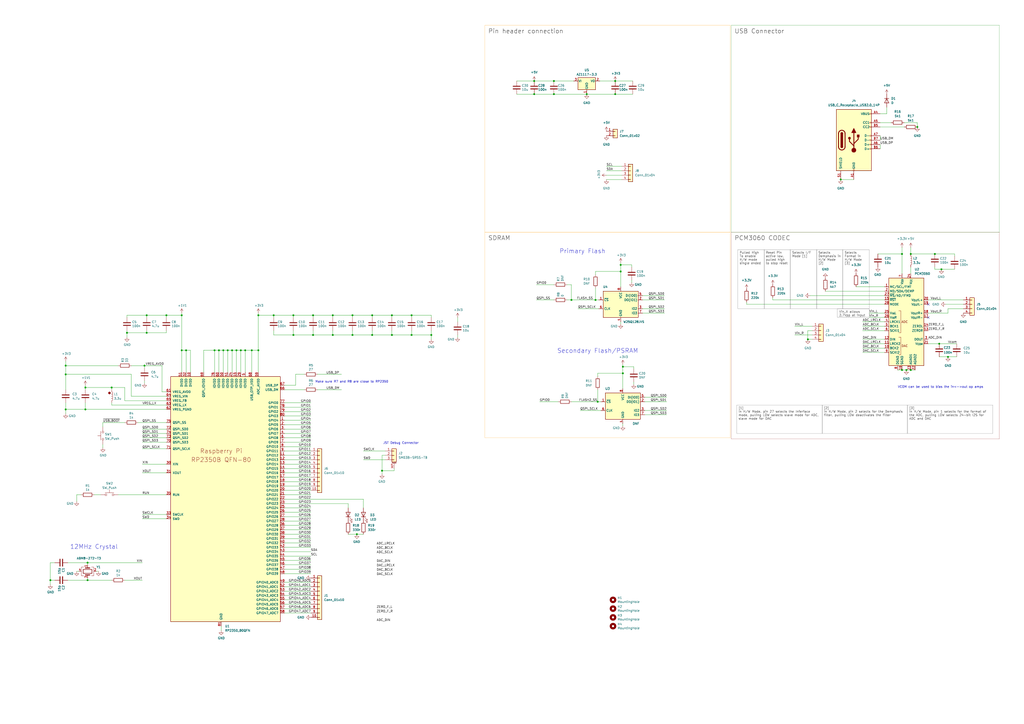
<source format=kicad_sch>
(kicad_sch (version 20231120) (generator "eeschema") (generator_version "8.0")
  (paper "A2")
  (junction (at 149.86 203.2))
  (junction (at 149.86 182.88))
  (junction (at 345.44 173.99))
  (junction (at 523.24 214.63))
  (junction (at 29.21 336.55))
  (junction (at 124.46 203.2))
  (junction (at 137.16 203.2))
  (junction (at 193.04 182.88))
  (junction (at 134.62 203.2))
  (junction (at 50.8 336.55))
  (junction (at 38.1 212.09))
  (junction (at 193.04 194.31))
  (junction (at 85.09 193.04))
  (junction (at 532.13 73.66))
  (junction (at 83.82 212.09))
  (junction (at 96.52 182.88))
  (junction (at 525.78 214.63))
  (junction (at 132.08 203.2))
  (junction (at 360.045 153.67))
  (junction (at 544.83 199.39))
  (junction (at 204.47 182.88))
  (junction (at 549.91 207.01))
  (junction (at 360.045 157.48))
  (junction (at 340.36 54.61))
  (junction (at 215.9 194.31))
  (junction (at 227.33 194.31))
  (junction (at 468.63 196.85))
  (junction (at 487.68 104.14))
  (junction (at 170.18 194.31))
  (junction (at 321.31 54.61))
  (junction (at 85.09 182.88))
  (junction (at 139.7 203.2))
  (junction (at 309.88 46.99))
  (junction (at 73.66 193.04))
  (junction (at 181.61 182.88))
  (junction (at 105.41 203.2))
  (junction (at 146.05 203.2))
  (junction (at 142.24 203.2))
  (junction (at 181.61 194.31))
  (junction (at 64.77 224.79))
  (junction (at 207.01 309.88))
  (junction (at 238.76 194.31))
  (junction (at 238.76 182.88))
  (junction (at 309.88 54.61))
  (junction (at 331.47 173.99))
  (junction (at 250.19 194.31))
  (junction (at 204.47 194.31))
  (junction (at 528.32 147.32))
  (junction (at 49.53 237.49))
  (junction (at 523.24 147.32))
  (junction (at 129.54 203.2))
  (junction (at 107.95 203.2))
  (junction (at 105.41 182.88))
  (junction (at 50.8 326.39))
  (junction (at 38.1 237.49))
  (junction (at 158.75 182.88))
  (junction (at 38.1 217.17))
  (junction (at 356.87 54.61))
  (junction (at 361.315 216.535))
  (junction (at 221.615 273.05))
  (junction (at 361.315 212.725))
  (junction (at 49.53 224.79))
  (junction (at 321.31 46.99))
  (junction (at 215.9 182.88))
  (junction (at 127 203.2))
  (junction (at 542.29 147.32))
  (junction (at 170.18 182.88))
  (junction (at 346.71 233.045))
  (junction (at 546.1 156.21))
  (junction (at 227.33 182.88))
  (junction (at 528.32 214.63))
  (junction (at 356.87 46.99))
  (no_connect (at 538.48 176.53))
  (no_connect (at 538.48 184.15))
  (wire (pts (xy 49.53 226.06) (xy 49.53 224.79)))
  (wire (pts (xy 524.51 71.12) (xy 532.13 71.12)))
  (wire (pts (xy 250.19 194.31) (xy 250.19 196.85)))
  (wire (pts (xy 170.18 184.15) (xy 170.18 182.88)))
  (wire (pts (xy 165.1 353.06) (xy 180.34 353.06)))
  (wire (pts (xy 360.68 99.06) (xy 351.79 99.06)))
  (wire (pts (xy 165.1 330.2) (xy 180.34 330.2)))
  (wire (pts (xy 374.015 240.665) (xy 386.715 240.665)))
  (wire (pts (xy 500.38 201.93) (xy 513.08 201.93)))
  (wire (pts (xy 59.69 245.11) (xy 59.69 247.65)))
  (wire (pts (xy 523.24 143.51) (xy 523.24 147.32)))
  (wire (pts (xy 500.38 199.39) (xy 513.08 199.39)))
  (wire (pts (xy 73.66 191.77) (xy 73.66 193.04)))
  (wire (pts (xy 128.27 363.22) (xy 128.27 365.76)))
  (wire (pts (xy 468.63 196.85) (xy 471.17 196.85)))
  (wire (pts (xy 165.1 292.1) (xy 201.93 292.1)))
  (wire (pts (xy 360.68 101.6) (xy 351.79 101.6)))
  (wire (pts (xy 356.87 54.61) (xy 367.03 54.61)))
  (wire (pts (xy 215.9 194.31) (xy 204.47 194.31)))
  (wire (pts (xy 448.31 173.99) (xy 513.08 173.99)))
  (wire (pts (xy 165.1 350.52) (xy 180.34 350.52)))
  (wire (pts (xy 170.18 182.88) (xy 181.61 182.88)))
  (wire (pts (xy 549.91 179.07) (xy 558.8 179.07)))
  (wire (pts (xy 132.08 203.2) (xy 134.62 203.2)))
  (wire (pts (xy 105.41 182.88) (xy 105.41 203.2)))
  (wire (pts (xy 132.08 215.9) (xy 132.08 203.2)))
  (wire (pts (xy 50.8 326.39) (xy 82.55 326.39)))
  (wire (pts (xy 149.86 182.88) (xy 158.75 182.88)))
  (wire (pts (xy 201.93 294.64) (xy 201.93 292.1)))
  (wire (pts (xy 227.33 184.15) (xy 227.33 182.88)))
  (wire (pts (xy 215.9 182.88) (xy 227.33 182.88)))
  (wire (pts (xy 346.71 233.045) (xy 348.615 233.045)))
  (wire (pts (xy 346.71 226.06) (xy 346.71 233.045)))
  (wire (pts (xy 165.1 284.48) (xy 180.34 284.48)))
  (wire (pts (xy 309.88 54.61) (xy 321.31 54.61)))
  (wire (pts (xy 448.31 172.72) (xy 448.31 173.99)))
  (wire (pts (xy 346.71 216.535) (xy 361.315 216.535)))
  (wire (pts (xy 38.1 217.17) (xy 76.2 217.17)))
  (wire (pts (xy 374.015 230.505) (xy 386.715 230.505)))
  (wire (pts (xy 361.315 212.725) (xy 361.315 216.535)))
  (wire (pts (xy 181.61 184.15) (xy 181.61 182.88)))
  (wire (pts (xy 85.09 193.04) (xy 96.52 193.04)))
  (wire (pts (xy 346.71 218.44) (xy 346.71 216.535)))
  (wire (pts (xy 29.21 336.55) (xy 29.21 339.09)))
  (wire (pts (xy 72.39 224.79) (xy 64.77 224.79)))
  (wire (pts (xy 510.54 73.66) (xy 524.51 73.66)))
  (wire (pts (xy 73.66 184.15) (xy 73.66 182.88)))
  (wire (pts (xy 340.36 54.61) (xy 356.87 54.61)))
  (wire (pts (xy 165.1 302.26) (xy 180.34 302.26)))
  (wire (pts (xy 345.44 167.005) (xy 345.44 173.99)))
  (wire (pts (xy 96.52 298.45) (xy 82.55 298.45)))
  (wire (pts (xy 76.2 212.09) (xy 83.82 212.09)))
  (wire (pts (xy 105.41 203.2) (xy 105.41 215.9)))
  (wire (pts (xy 49.53 233.68) (xy 49.53 237.49)))
  (wire (pts (xy 165.1 327.66) (xy 180.34 327.66)))
  (wire (pts (xy 165.1 254) (xy 180.34 254)))
  (wire (pts (xy 525.78 214.63) (xy 523.24 214.63)))
  (wire (pts (xy 38.1 237.49) (xy 38.1 240.03)))
  (wire (pts (xy 500.38 189.23) (xy 513.08 189.23)))
  (wire (pts (xy 471.17 191.77) (xy 468.63 191.77)))
  (wire (pts (xy 510.54 71.12) (xy 516.89 71.12)))
  (wire (pts (xy 165.1 317.5) (xy 180.34 317.5)))
  (wire (pts (xy 204.47 182.88) (xy 215.9 182.88)))
  (wire (pts (xy 170.18 191.77) (xy 170.18 194.31)))
  (wire (pts (xy 374.015 238.125) (xy 386.715 238.125)))
  (wire (pts (xy 171.45 217.17) (xy 176.53 217.17)))
  (wire (pts (xy 165.1 320.04) (xy 180.34 320.04)))
  (wire (pts (xy 93.98 227.33) (xy 96.52 227.33)))
  (wire (pts (xy 201.93 309.88) (xy 207.01 309.88)))
  (wire (pts (xy 356.87 46.99) (xy 367.03 46.99)))
  (wire (pts (xy 181.61 182.88) (xy 193.04 182.88)))
  (wire (pts (xy 311.15 165.1) (xy 321.31 165.1)))
  (wire (pts (xy 38.1 212.09) (xy 38.1 217.17)))
  (wire (pts (xy 181.61 194.31) (xy 170.18 194.31)))
  (wire (pts (xy 54.61 287.02) (xy 58.42 287.02)))
  (wire (pts (xy 367.665 221.615) (xy 367.665 222.885)))
  (wire (pts (xy 165.1 312.42) (xy 180.34 312.42)))
  (wire (pts (xy 221.615 273.05) (xy 221.615 274.955)))
  (wire (pts (xy 83.82 212.09) (xy 93.98 212.09)))
  (wire (pts (xy 361.315 211.455) (xy 361.315 212.725)))
  (wire (pts (xy 165.1 271.78) (xy 180.34 271.78)))
  (wire (pts (xy 165.1 279.4) (xy 180.34 279.4)))
  (wire (pts (xy 374.015 233.045) (xy 386.715 233.045)))
  (wire (pts (xy 478.79 168.91) (xy 513.08 168.91)))
  (wire (pts (xy 59.69 257.81) (xy 59.69 259.715)))
  (wire (pts (xy 38.1 217.17) (xy 38.1 226.06)))
  (wire (pts (xy 96.52 232.41) (xy 72.39 232.41)))
  (wire (pts (xy 129.54 203.2) (xy 132.08 203.2)))
  (wire (pts (xy 96.52 274.32) (xy 82.55 274.32)))
  (wire (pts (xy 165.1 299.72) (xy 180.34 299.72)))
  (wire (pts (xy 193.04 191.77) (xy 193.04 194.31)))
  (wire (pts (xy 96.52 184.15) (xy 96.52 182.88)))
  (wire (pts (xy 124.46 203.2) (xy 127 203.2)))
  (wire (pts (xy 118.11 203.2) (xy 124.46 203.2)))
  (wire (pts (xy 215.9 191.77) (xy 215.9 194.31)))
  (wire (pts (xy 265.43 194.31) (xy 265.43 195.58)))
  (wire (pts (xy 107.95 203.2) (xy 105.41 203.2)))
  (wire (pts (xy 504.19 184.15) (xy 513.08 184.15)))
  (wire (pts (xy 372.745 179.07) (xy 385.445 179.07)))
  (wire (pts (xy 127 215.9) (xy 127 203.2)))
  (wire (pts (xy 83.82 212.09) (xy 83.82 213.36)))
  (wire (pts (xy 31.75 326.39) (xy 29.21 326.39)))
  (wire (pts (xy 107.95 215.9) (xy 107.95 203.2)))
  (wire (pts (xy 360.68 104.14) (xy 351.79 104.14)))
  (wire (pts (xy 542.29 156.21) (xy 546.1 156.21)))
  (wire (pts (xy 321.31 46.99) (xy 332.74 46.99)))
  (wire (pts (xy 331.47 165.1) (xy 331.47 173.99)))
  (wire (pts (xy 265.43 184.15) (xy 265.43 186.69)))
  (wire (pts (xy 55.88 331.47) (xy 57.15 331.47)))
  (wire (pts (xy 361.315 245.745) (xy 361.315 247.015)))
  (wire (pts (xy 139.7 203.2) (xy 142.24 203.2)))
  (wire (pts (xy 360.045 152.4) (xy 360.045 153.67)))
  (wire (pts (xy 165.1 243.84) (xy 180.34 243.84)))
  (wire (pts (xy 38.1 209.55) (xy 38.1 212.09)))
  (wire (pts (xy 39.37 336.55) (xy 50.8 336.55)))
  (wire (pts (xy 137.16 203.2) (xy 139.7 203.2)))
  (wire (pts (xy 331.47 173.99) (xy 345.44 173.99)))
  (wire (pts (xy 360.045 186.69) (xy 360.045 187.96)))
  (wire (pts (xy 345.44 157.48) (xy 360.045 157.48)))
  (wire (pts (xy 193.04 182.88) (xy 204.47 182.88)))
  (wire (pts (xy 50.8 336.55) (xy 64.77 336.55)))
  (wire (pts (xy 544.83 199.39) (xy 538.48 199.39)))
  (wire (pts (xy 72.39 245.11) (xy 59.69 245.11)))
  (wire (pts (xy 38.1 233.68) (xy 38.1 237.49)))
  (wire (pts (xy 433.07 175.26) (xy 433.07 176.53)))
  (wire (pts (xy 29.21 326.39) (xy 29.21 336.55)))
  (wire (pts (xy 38.1 212.09) (xy 68.58 212.09)))
  (wire (pts (xy 64.77 224.79) (xy 64.77 226.06)))
  (wire (pts (xy 165.1 223.52) (xy 171.45 223.52)))
  (wire (pts (xy 165.1 261.62) (xy 180.34 261.62)))
  (wire (pts (xy 82.55 269.24) (xy 96.52 269.24)))
  (wire (pts (xy 73.66 193.04) (xy 73.66 195.58)))
  (wire (pts (xy 165.1 309.88) (xy 180.34 309.88)))
  (wire (pts (xy 85.09 182.88) (xy 96.52 182.88)))
  (wire (pts (xy 360.045 153.67) (xy 360.045 157.48)))
  (wire (pts (xy 549.91 181.61) (xy 549.91 179.07)))
  (wire (pts (xy 158.75 191.77) (xy 158.75 194.31)))
  (wire (pts (xy 238.76 184.15) (xy 238.76 182.88)))
  (wire (pts (xy 311.15 173.99) (xy 321.31 173.99)))
  (wire (pts (xy 85.09 191.77) (xy 85.09 193.04)))
  (wire (pts (xy 469.9 171.45) (xy 513.08 171.45)))
  (wire (pts (xy 361.315 216.535) (xy 361.315 225.425)))
  (wire (pts (xy 227.33 194.31) (xy 215.9 194.31)))
  (wire (pts (xy 68.58 287.02) (xy 96.52 287.02)))
  (wire (pts (xy 204.47 184.15) (xy 204.47 182.88)))
  (wire (pts (xy 82.55 251.46) (xy 96.52 251.46)))
  (wire (pts (xy 31.75 336.55) (xy 29.21 336.55)))
  (wire (pts (xy 514.35 62.23) (xy 514.35 66.04)))
  (wire (pts (xy 204.47 194.31) (xy 193.04 194.31)))
  (wire (pts (xy 165.1 289.56) (xy 210.82 289.56)))
  (wire (pts (xy 64.77 234.95) (xy 96.52 234.95)))
  (wire (pts (xy 367.665 213.995) (xy 367.665 212.725)))
  (wire (pts (xy 433.07 176.53) (xy 513.08 176.53)))
  (wire (pts (xy 165.1 297.18) (xy 180.34 297.18)))
  (wire (pts (xy 461.01 189.23) (xy 471.17 189.23)))
  (wire (pts (xy 366.395 162.56) (xy 366.395 163.83)))
  (wire (pts (xy 165.1 322.58) (xy 180.34 322.58)))
  (wire (pts (xy 165.1 236.22) (xy 180.34 236.22)))
  (wire (pts (xy 165.1 226.06) (xy 176.53 226.06)))
  (wire (pts (xy 96.52 260.35) (xy 82.55 260.35)))
  (wire (pts (xy 38.1 237.49) (xy 49.53 237.49)))
  (wire (pts (xy 64.77 234.95) (xy 64.77 233.68)))
  (wire (pts (xy 495.3 104.14) (xy 487.68 104.14)))
  (wire (pts (xy 165.1 266.7) (xy 180.34 266.7)))
  (wire (pts (xy 510.54 78.74) (xy 510.54 81.28)))
  (wire (pts (xy 165.1 304.8) (xy 180.34 304.8)))
  (wire (pts (xy 165.1 342.9) (xy 180.34 342.9)))
  (wire (pts (xy 165.1 281.94) (xy 180.34 281.94)))
  (wire (pts (xy 215.9 184.15) (xy 215.9 182.88)))
  (wire (pts (xy 110.49 203.2) (xy 110.49 215.9)))
  (wire (pts (xy 360.68 96.52) (xy 351.79 96.52)))
  (wire (pts (xy 193.04 194.31) (xy 181.61 194.31)))
  (wire (pts (xy 85.09 184.15) (xy 85.09 182.88)))
  (wire (pts (xy 96.52 182.88) (xy 105.41 182.88)))
  (wire (pts (xy 142.24 203.2) (xy 146.05 203.2)))
  (wire (pts (xy 82.55 256.54) (xy 96.52 256.54)))
  (wire (pts (xy 336.55 238.125) (xy 348.615 238.125)))
  (wire (pts (xy 107.95 203.2) (xy 110.49 203.2)))
  (wire (pts (xy 238.76 182.88) (xy 250.19 182.88)))
  (wire (pts (xy 165.1 241.3) (xy 180.34 241.3)))
  (wire (pts (xy 227.33 182.88) (xy 238.76 182.88)))
  (wire (pts (xy 504.19 181.61) (xy 513.08 181.61)))
  (wire (pts (xy 44.45 331.47) (xy 45.72 331.47)))
  (wire (pts (xy 204.47 191.77) (xy 204.47 194.31)))
  (wire (pts (xy 500.38 196.85) (xy 513.08 196.85)))
  (wire (pts (xy 500.38 204.47) (xy 513.08 204.47)))
  (wire (pts (xy 331.47 233.045) (xy 346.71 233.045)))
  (wire (pts (xy 184.15 226.06) (xy 198.12 226.06)))
  (wire (pts (xy 500.38 191.77) (xy 513.08 191.77)))
  (wire (pts (xy 165.1 264.16) (xy 180.34 264.16)))
  (wire (pts (xy 528.32 214.63) (xy 525.78 214.63)))
  (wire (pts (xy 184.15 217.17) (xy 198.12 217.17)))
  (wire (pts (xy 528.32 154.94) (xy 528.32 158.75)))
  (wire (pts (xy 372.745 171.45) (xy 385.445 171.45)))
  (wire (pts (xy 538.48 181.61) (xy 549.91 181.61)))
  (wire (pts (xy 165.1 345.44) (xy 180.34 345.44)))
  (wire (pts (xy 367.665 212.725) (xy 361.315 212.725)))
  (wire (pts (xy 321.31 54.61) (xy 340.36 54.61)))
  (wire (pts (xy 82.55 248.92) (xy 96.52 248.92)))
  (wire (pts (xy 165.1 256.54) (xy 180.34 256.54)))
  (wire (pts (xy 44.45 287.02) (xy 44.45 290.83)))
  (wire (pts (xy 165.1 238.76) (xy 180.34 238.76)))
  (wire (pts (xy 46.99 287.02) (xy 44.45 287.02)))
  (wire (pts (xy 372.745 181.61) (xy 385.445 181.61)))
  (wire (pts (xy 171.45 217.17) (xy 171.45 223.52)))
  (wire (pts (xy 335.28 179.07) (xy 347.345 179.07)))
  (wire (pts (xy 72.39 336.55) (xy 82.55 336.55)))
  (wire (pts (xy 118.11 215.9) (xy 118.11 203.2)))
  (wire (pts (xy 50.8 335.28) (xy 50.8 336.55)))
  (wire (pts (xy 227.33 191.77) (xy 227.33 194.31)))
  (wire (pts (xy 345.44 173.99) (xy 347.345 173.99)))
  (wire (pts (xy 528.32 143.51) (xy 528.32 147.32)))
  (wire (pts (xy 165.1 294.64) (xy 180.34 294.64)))
  (wire (pts (xy 530.86 214.63) (xy 528.32 214.63)))
  (wire (pts (xy 553.72 148.59) (xy 553.72 147.32)))
  (wire (pts (xy 165.1 248.92) (xy 180.34 248.92)))
  (wire (pts (xy 553.72 147.32) (xy 542.29 147.32)))
  (wire (pts (xy 139.7 215.9) (xy 139.7 203.2)))
  (wire (pts (xy 221.615 273.05) (xy 228.6 273.05)))
  (wire (pts (xy 299.72 46.99) (xy 309.88 46.99)))
  (wire (pts (xy 158.75 182.88) (xy 170.18 182.88)))
  (wire (pts (xy 96.52 193.04) (xy 96.52 191.77)))
  (wire (pts (xy 309.88 46.99) (xy 321.31 46.99)))
  (wire (pts (xy 210.82 261.62) (xy 223.52 261.62)))
  (wire (pts (xy 228.6 271.78) (xy 228.6 273.05)))
  (wire (pts (xy 165.1 246.38) (xy 180.34 246.38)))
  (wire (pts (xy 372.745 173.99) (xy 385.445 173.99)))
  (wire (pts (xy 549.91 207.01) (xy 554.99 207.01)))
  (wire (pts (xy 548.64 176.53) (xy 558.8 176.53)))
  (wire (pts (xy 532.13 71.12) (xy 532.13 73.66)))
  (wire (pts (xy 509.27 147.32) (xy 523.24 147.32)))
  (wire (pts (xy 80.01 245.11) (xy 96.52 245.11)))
  (wire (pts (xy 127 203.2) (xy 129.54 203.2)))
  (wire (pts (xy 76.2 229.87) (xy 96.52 229.87)))
  (wire (pts (xy 356.87 46.99) (xy 347.98 46.99)))
  (wire (pts (xy 165.1 340.36) (xy 180.34 340.36)))
  (wire (pts (xy 165.1 269.24) (xy 180.34 269.24)))
  (wire (pts (xy 165.1 233.68) (xy 180.34 233.68)))
  (wire (pts (xy 158.75 184.15) (xy 158.75 182.88)))
  (wire (pts (xy 223.52 264.16) (xy 221.615 264.16)))
  (wire (pts (xy 210.82 266.7) (xy 223.52 266.7)))
  (wire (pts (xy 124.46 215.9) (xy 124.46 203.2)))
  (wire (pts (xy 93.98 212.09) (xy 93.98 227.33)))
  (wire (pts (xy 72.39 232.41) (xy 72.39 224.79)))
  (wire (pts (xy 542.29 154.94) (xy 542.29 156.21)))
  (wire (pts (xy 146.05 215.9) (xy 146.05 203.2)))
  (wire (pts (xy 514.35 66.04) (xy 510.54 66.04)))
  (wire (pts (xy 345.44 159.385) (xy 345.44 157.48)))
  (wire (pts (xy 221.615 264.16) (xy 221.615 273.05)))
  (wire (pts (xy 553.72 156.21) (xy 546.1 156.21)))
  (wire (pts (xy 207.01 309.88) (xy 210.82 309.88)))
  (wire (pts (xy 165.1 325.12) (xy 180.34 325.12)))
  (wire (pts (xy 39.37 326.39) (xy 50.8 326.39)))
  (wire (pts (xy 165.1 259.08) (xy 180.34 259.08)))
  (wire (pts (xy 76.2 217.17) (xy 76.2 229.87)))
  (wire (pts (xy 73.66 182.88) (xy 85.09 182.88)))
  (wire (pts (xy 73.66 193.04) (xy 85.09 193.04)))
  (wire (pts (xy 105.41 181.61) (xy 105.41 182.88)))
  (wire (pts (xy 528.32 147.32) (xy 542.29 147.32)))
  (wire (pts (xy 129.54 215.9) (xy 129.54 203.2)))
  (wire (pts (xy 250.19 184.15) (xy 250.19 182.88)))
  (wire (pts (xy 149.86 203.2) (xy 149.86 215.9)))
  (wire (pts (xy 523.24 214.63) (xy 520.7 214.63)))
  (wire (pts (xy 165.1 307.34) (xy 180.34 307.34)))
  (wire (pts (xy 360.045 157.48) (xy 360.045 166.37)))
  (wire (pts (xy 146.05 203.2) (xy 149.86 203.2)))
  (wire (pts (xy 134.62 215.9) (xy 134.62 203.2)))
  (wire (pts (xy 165.1 314.96) (xy 180.34 314.96)))
  (wire (pts (xy 149.86 182.88) (xy 149.86 203.2)))
  (wire (pts (xy 96.52 300.99) (xy 82.55 300.99)))
  (wire (pts (xy 82.55 254) (xy 96.52 254)))
  (wire (pts (xy 165.1 332.74) (xy 180.34 332.74)))
  (wire (pts (xy 193.04 184.15) (xy 193.04 182.88)))
  (wire (pts (xy 238.76 194.31) (xy 227.33 194.31)))
  (wire (pts (xy 165.1 355.6) (xy 180.34 355.6)))
  (wire (pts (xy 134.62 203.2) (xy 137.16 203.2)))
  (wire (pts (xy 50.8 327.66) (xy 50.8 326.39)))
  (wire (pts (xy 165.1 251.46) (xy 180.34 251.46)))
  (wire (pts (xy 83.82 222.25) (xy 83.82 220.98)))
  (wire (pts (xy 165.1 276.86) (xy 180.34 276.86)))
  (wire (pts (xy 328.93 173.99) (xy 331.47 173.99)))
  (wire (pts (xy 544.83 207.01) (xy 549.91 207.01)))
  (wire (pts (xy 149.86 181.61) (xy 149.86 182.88)))
  (wire (pts (xy 500.38 186.69) (xy 513.08 186.69)))
  (wire (pts (xy 49.53 224.79) (xy 64.77 224.79)))
  (wire (pts (xy 299.72 54.61) (xy 309.88 54.61)))
  (wire (pts (xy 250.19 191.77) (xy 250.19 194.31)))
  (wire (pts (xy 461.01 194.31) (xy 471.17 194.31)))
  (wire (pts (xy 137.16 203.2) (xy 137.16 215.9)))
  (wire (pts (xy 238.76 191.77) (xy 238.76 194.31)))
  (wire (pts (xy 468.63 191.77) (xy 468.63 196.85)))
  (wire (pts (xy 538.48 173.99) (xy 558.8 173.99)))
  (wire (pts (xy 544.83 199.39) (xy 554.99 199.39)))
  (wire (pts (xy 181.61 191.77) (xy 181.61 194.31)))
  (wire (pts (xy 366.395 154.94) (xy 366.395 153.67)))
  (wire (pts (xy 496.57 166.37) (xy 513.08 166.37)))
  (wire (pts (xy 366.395 153.67) (xy 360.045 153.67)))
  (wire (pts (xy 313.055 233.045) (xy 323.85 233.045)))
  (wire (pts (xy 170.18 194.31) (xy 158.75 194.31)))
  (wire (pts (xy 49.53 237.49) (xy 96.52 237.49)))
  (wire (pts (xy 165.1 287.02) (xy 180.34 287.02)))
  (wire (pts (xy 165.1 274.32) (xy 180.34 274.32)))
  (wire (pts (xy 49.53 223.52) (xy 49.53 224.79)))
  (wire (pts (xy 142.24 203.2) (xy 142.24 215.9)))
  (wire (pts (xy 165.1 347.98) (xy 180.34 347.98)))
  (wire (pts (xy 328.93 165.1) (xy 331.47 165.1)))
  (wire (pts (xy 165.1 337.82) (xy 180.34 337.82)))
  (wire (pts (xy 523.24 147.32) (xy 523.24 158.75)))
  (wire (pts (xy 210.82 294.64) (xy 210.82 289.56)))
  (wire (pts (xy 510.54 83.82) (xy 510.54 86.36)))
  (wire (pts (xy 250.19 194.31) (xy 238.76 194.31)))
  (circle (center 63.5 227.965) (radius 0.635) (stroke (width 0) (color 132 0 0 1)) (fill (type color) (color 132 0 0 1)))
  (text_box "Vin_X allows 2.7Vpp at input" (at 485.775 179.07 0) (size 18.415 5.08) (stroke (width 0.0254) (color 72 72 72 1)) (effects (font (size 1.27 1.27)) (justify left top)))
  (text_box "Selects Format in H/W Mode [3]" (at 488.95 144.78 0) (size 15.24 34.29) (stroke (width 0.0254) (color 72 72 72 1)) (effects (font (size 1.27 1.27)) (justify left top)))
  (text_box "[3]\nIn H/W Mode, pin 1 selects for the format of the ADC, pulling LOW selects 24-bit I2S for ADC and DAC" (at 526.415 234.95 0) (size 49.53 16.51) (stroke (width 0.0254) (color 72 72 72 1)) (effects (font (size 1.27 1.27)) (justify left top)))
  (text_box "Pin header connection" (at 281.305 14.605 0) (size 142.24 120.015) (stroke (width 0.0254) (color 255 153 0 1)) (effects (font (size 2.54 2.54)) (justify left top)))
  (text_box "PCM3060 CODEC\n" (at 424.18 134.62 0) (size 155.575 120.015) (stroke (width 0.0254) (color 132 0 0 1)) (effects (font (size 2.54 2.54)) (justify left top)))
  (text_box "[1]\nIn H/W Mode, pin 27 selects the Inferface mode, pulling LOW selects slave mode for ADC, slave mode for DAC" (at 427.355 234.95 0) (size 49.53 16.51) (stroke (width 0.0254) (color 72 72 72 1)) (effects (font (size 1.27 1.27)) (justify left top)))
  (text_box "Selects I/F Mode [1]\n" (at 458.47 144.78 0) (size 15.24 34.29) (stroke (width 0.0254) (color 72 72 72 1)) (effects (font (size 1.27 1.27)) (justify left top)))
  (text_box "Selects Demphasis in H/W Mode [2]" (at 473.71 144.78 0) (size 15.24 34.29) (stroke (width 0.0254) (color 72 72 72 1)) (effects (font (size 1.27 1.27)) (justify left top)))
  (text_box "Reset Pin active low, pulled high to stop reset" (at 443.23 144.78 0) (size 15.24 34.29) (stroke (width 0.0254) (color 72 72 72 1)) (effects (font (size 1.27 1.27)) (justify left top)))
  (text_box "USB Connector\n" (at 424.18 14.605 0) (size 155.575 120.015) (stroke (width 0.0254) (color 0 132 0 1)) (effects (font (size 2.54 2.54)) (justify left top)))
  (text_box "Pulled High To enable H/W mode single ended" (at 427.99 144.78 0) (size 15.24 34.29) (stroke (width 0.0254) (color 72 72 72 1)) (effects (font (size 1.27 1.27)) (justify left top)))
  (text_box "[2]\nIn H/W Mode, pin 2 selects for the Demphasis filter, pulling LOW deactivates the filter" (at 476.885 234.95 0) (size 49.53 16.51) (stroke (width 0.0254) (color 72 72 72 1)) (effects (font (size 1.27 1.27)) (justify left top)))
  (text_box "SDRAM\n" (at 281.305 134.62 0) (size 142.24 119.38) (stroke (width 0.0254) (color 255 153 0 1)) (effects (font (size 2.54 2.54)) (justify left top)))
  (text "JST Debug Connector" (at 222.25 257.81 0) (effects (font (size 1.27 1.27)) (justify left bottom)))
  (text "VCOM can be used to bias the in<->out op amps " (at 546.1 224.536 0) (effects (font (size 1.27 1.27))))
  (text "12MHz Crystal" (at 40.64 318.77 0) (effects (font (size 2.54 2.54)) (justify left bottom)))
  (text "Make sure R7 and R8 are close to RP2350\n" (at 182.88 222.25 0) (effects (font (size 1.27 1.27)) (justify left bottom)))
  (text "Primary Flash" (at 324.485 147.32 0) (effects (font (size 2.54 2.54)) (justify left bottom)))
  (text "Secondary Flash/PSRAM" (at 323.215 205.105 0) (effects (font (size 2.54 2.54)) (justify left bottom)))
  (label "SCL" (at 351.79 96.52 0))
  (label "GPIO4" (at 180.34 243.84 180))
  (label "GPIO3" (at 180.34 241.3 180))
  (label "GPIO30" (at 180.34 309.88 180))
  (label "GPIO41_ADC1" (at 180.34 340.36 180))
  (label "GPIO46_ADC6" (at 180.34 353.06 180))
  (label "SDA" (at 351.79 99.06 0))
  (label "DAC_SCLK" (at 500.38 204.47 0))
  (label "QSPI_SD1" (at 82.55 251.46 0))
  (label "XOUT" (at 82.55 336.55 180))
  (label "ADC_SCLK" (at 218.44 321.31 0))
  (label "ZERO_F_R" (at 538.48 191.77 0))
  (label "QSPI_SCLK" (at 82.55 260.35 0))
  (label "GPIO0" (at 313.055 233.045 0))
  (label "XIN" (at 82.55 326.39 180))
  (label "GPIO38" (at 180.34 330.2 180))
  (label "GPIO20" (at 180.34 284.48 180))
  (label "QSPI_SD0" (at 385.445 171.45 180))
  (label "QSPI_SD2" (at 386.715 238.125 180))
  (label "QSPI_SD3" (at 385.445 181.61 180))
  (label "SWD" (at 210.82 266.7 0))
  (label "GPIO15" (at 180.34 271.78 180))
  (label "GPIO33" (at 180.34 317.5 180))
  (label "ZERO_F_L" (at 538.48 189.23 0))
  (label "QSPI_SD1" (at 385.445 173.99 180))
  (label "DAC_BCLK" (at 500.38 201.93 0))
  (label "GPIO10" (at 180.34 259.08 180))
  (label "GPIO7" (at 180.34 251.46 180))
  (label "GPIO45_ADC5" (at 180.34 350.52 180))
  (label "RUN" (at 82.55 287.02 0))
  (label "Vout_R" (at 539.75 181.61 0))
  (label "GPIO16" (at 180.34 274.32 180))
  (label "QSPI_SCLK" (at 336.55 238.125 0))
  (label "ADC_BCLK" (at 500.38 189.23 0))
  (label "DAC_BCLK" (at 218.44 331.47 0))
  (label "ADC_LRCLK" (at 500.38 186.69 0))
  (label "QSPI_SD3" (at 386.715 240.665 180))
  (label "GPIO26" (at 180.34 299.72 180))
  (label "GPIO24" (at 180.34 294.64 180))
  (label "USB_DM" (at 189.23 226.06 0))
  (label "GPIO13" (at 180.34 266.7 180))
  (label "Vin_L" (at 461.01 189.23 0))
  (label "~{USB_BOOT}" (at 59.69 245.11 0))
  (label "SDA" (at 180.34 320.04 0))
  (label "USB_DM" (at 510.54 81.28 0))
  (label "ZERO_F_R" (at 218.44 355.6 0))
  (label "FLASH2_SS" (at 335.915 233.045 0))
  (label "GPIO43_ADC3" (at 180.34 345.44 180))
  (label "ADC_LRCLK" (at 218.44 316.23 0))
  (label "GPIO40_ADC0" (at 180.34 337.82 180))
  (label "GPIO6" (at 180.34 248.92 180))
  (label "QSPI_SD0" (at 82.55 248.92 0))
  (label "GPIO2" (at 180.34 238.76 180))
  (label "QSPI_SD1" (at 386.715 233.045 180))
  (label "GPIO44_ADC4" (at 180.34 347.98 180))
  (label "GPIO27" (at 180.34 302.26 180))
  (label "QSPI_SD2" (at 82.55 254 0))
  (label "SWD" (at 82.55 300.99 0))
  (label "GPIO17" (at 180.34 276.86 180))
  (label "SCL" (at 180.34 322.58 0))
  (label "USB_DP" (at 189.23 217.17 0))
  (label "GPIO14" (at 180.34 269.24 180))
  (label "GPIO19" (at 180.34 281.94 180))
  (label "GPIO29" (at 180.34 307.34 180))
  (label "GPIO0" (at 180.34 233.68 180))
  (label "DAC_DIN" (at 500.38 196.85 0))
  (label "GPIO12" (at 180.34 264.16 180))
  (label "GPIO8" (at 180.34 254 180))
  (label "GPIO37" (at 180.34 327.66 180))
  (label "Vin_R" (at 504.19 184.15 0))
  (label "ADC_DIN" (at 218.44 360.68 0))
  (label "XIN" (at 82.55 269.24 0))
  (label "Vcom" (at 549.91 199.39 0))
  (label "QSPI_SS" (at 311.15 173.99 0))
  (label "USB_DP" (at 510.54 83.82 0))
  (label "QSPI_SD2" (at 385.445 179.07 180))
  (label "GPIO47_ADC7" (at 180.34 355.6 180))
  (label "GPIO1" (at 180.34 236.22 180))
  (label "GPIO28" (at 180.34 304.8 180))
  (label "Vin_R" (at 461.01 194.31 0))
  (label "XOUT" (at 82.55 274.32 0))
  (label "FLASH_SS" (at 334.645 173.99 0))
  (label "GPIO21" (at 180.34 287.02 180))
  (label "GPIO0" (at 311.15 165.1 0))
  (label "GPIO31" (at 180.34 312.42 180))
  (label "VREG_LX" (at 82.55 234.95 0))
  (label "Vin_L" (at 504.19 181.61 0))
  (label "ADC_SCLK" (at 500.38 191.77 0))
  (label "GPIO32" (at 180.34 314.96 180))
  (label "DAC_LRCLK" (at 218.44 328.93 0))
  (label "DAC_SCLK" (at 218.44 334.01 0))
  (label "QSPI_SCLK" (at 335.28 179.07 0))
  (label "GPIO5" (at 180.34 246.38 180))
  (label "QSPI_SS" (at 82.55 245.11 0))
  (label "ZERO_F_L" (at 218.44 353.06 0))
  (label "VREG_AVDD" (at 84.455 212.09 0))
  (label "DAC_LRCLK" (at 500.38 199.39 0))
  (label "GPIO11" (at 180.34 261.62 180))
  (label "GPIO18" (at 180.34 279.4 180))
  (label "ADC_BCLK" (at 218.44 318.77 0))
  (label "GPIO23" (at 180.34 292.1 180))
  (label "QSPI_SD3" (at 82.55 256.54 0))
  (label "Vout_L" (at 539.75 173.99 0))
  (label "GPIO22" (at 180.34 289.56 180))
  (label "SWCLK" (at 210.82 261.62 0))
  (label "GPIO36" (at 180.34 325.12 180))
  (label "DAC_DIN" (at 218.44 326.39 0))
  (label "SWCLK" (at 82.55 298.45 0))
  (label "QSPI_SD0" (at 386.715 230.505 180))
  (label "GPIO39" (at 180.34 332.74 180))
  (label "GPIO9" (at 180.34 256.54 180))
  (label "GPIO25" (at 180.34 297.18 180))
  (label "GPIO42_ADC2" (at 180.34 342.9 180))
  (label "ADC_DIN" (at 538.48 196.85 0))
  (symbol (lib_id "Device:R") (at 180.34 217.17 270) (unit 1)
    (property "Reference" "R5" (at 180.34 211.9122 90))
    (property "Value" "27" (at 180.34 214.2236 90))
    (property "Footprint" "Resistor_SMD:R_0603_1608Metric_Pad0.98x0.95mm_HandSolder" (effects (hide yes)))
  )
  (symbol (lib_id "power:+5V") (at 309.88 46.99 0) (unit 1)
    (property "Reference" "#PWR049" (effects (hide yes)))
    (property "Value" "+5V" (at 309.88 41.91 0))
    (property "Description" "Power symbol creates a global label with name \"+5V\"" (effects (hide yes)))
  )
  (symbol (lib_id "Device:R") (at 180.34 226.06 270) (unit 1)
    (property "Reference" "R6" (at 180.34 220.8022 90))
    (property "Value" "27" (at 180.34 223.1136 90))
    (property "Footprint" "Resistor_SMD:R_0603_1608Metric_Pad0.98x0.95mm_HandSolder" (effects (hide yes)))
  )
  (symbol (lib_id "PCM_4ms_Connector:Conn_01x04") (at 365.76 99.06 0) (unit 1)
    (property "Reference" "J8" (at 368.3 99.0599 0) (effects (justify left)))
    (property "Value" "Conn_01x04" (at 368.3 101.5999 0) (effects (justify left)))
    (property "Footprint" "Connector_JST:JST_SH_SM04B-SRSS-TB_1x04-1MP_P1.00mm_Horizontal" (effects (hide yes)))
    (property "Description" "HEADER 1x4 MALE PINS 0.100” 180deg" (effects (hide yes)))
    (property "Specifications" "HEADER 1x4 MALE PINS 0.100” 180deg" (effects (hide yes)))
    (property "Manufacturer" "TAD" (effects (hide yes)))
    (property "Part Number" "1-0401FBV0T" (effects (hide yes)))
  )
  (symbol (lib_id "power:+3V3") (at 360.045 152.4 0) (unit 1)
    (property "Reference" "#PWR020" (effects (hide yes)))
    (property "Value" "+3V3" (at 360.426 148.0058 0))
  )
  (symbol (lib_id "power:GND") (at 548.64 176.53 270) (unit 1)
    (property "Reference" "#PWR040" (effects (hide yes)))
    (property "Value" "GND" (at 544.83 176.5299 90) (effects (justify right)))
    (property "Description" "Power symbol creates a global label with name \"GND\" , ground" (effects (hide yes)))
  )
  (symbol (lib_id "Device:R") (at 496.57 162.56 180) (unit 1)
    (property "Reference" "R15" (at 499.11 161.2899 0) (effects (justify right)))
    (property "Value" "220k" (at 499.11 163.8299 0) (effects (justify right)))
    (property "Footprint" "Resistor_SMD:R_0603_1608Metric_Pad0.98x0.95mm_HandSolder" (effects (hide yes)))
    (property "Description" "Resistor" (effects (hide yes)))
  )
  (symbol (lib_id "Device:R") (at 478.79 165.1 180) (unit 1)
    (property "Reference" "R14" (at 481.33 163.8299 0) (effects (justify right)))
    (property "Value" "4k7" (at 481.33 166.3699 0) (effects (justify right)))
    (property "Footprint" "Resistor_SMD:R_0603_1608Metric_Pad0.98x0.95mm_HandSolder" (effects (hide yes)))
    (property "Description" "Resistor" (effects (hide yes)))
  )
  (symbol (lib_id "Device:C") (at 367.03 50.8 0) (unit 1)
    (property "Reference" "C29" (at 369.951 49.6316 0) (effects (justify left)))
    (property "Value" "10u" (at 369.951 51.943 0) (effects (justify left)))
    (property "Footprint" "Capacitor_SMD:C_0603_1608Metric_Pad1.08x0.95mm_HandSolder" (effects (hide yes)))
  )
  (symbol (lib_id "Device:C") (at 38.1 229.87 0) (unit 1)
    (property "Reference" "C3" (at 41.91 228.6 0) (effects (justify left)))
    (property "Value" "4.7u" (at 41.91 231.14 0) (effects (justify left)))
    (property "Footprint" "Capacitor_SMD:C_0603_1608Metric_Pad1.08x0.95mm_HandSolder" (effects (hide yes)))
  )
  (symbol (lib_id "power:GND") (at 57.15 331.47 0) (unit 1)
    (property "Reference" "#PWR07" (effects (hide yes)))
    (property "Value" "GND" (at 60.96 332.74 0))
  )
  (symbol (lib_id "Device:C") (at 509.27 151.13 0) (unit 1)
    (property "Reference" "C21" (at 513.08 149.8599 0) (effects (justify left)))
    (property "Value" "10u" (at 513.08 152.3999 0) (effects (justify left)))
    (property "Footprint" "Capacitor_SMD:C_0603_1608Metric_Pad1.08x0.95mm_HandSolder" (effects (hide yes)))
    (property "Description" "Unpolarized capacitor" (effects (hide yes)))
  )
  (symbol (lib_id "Connector_Generic:Conn_01x10") (at 185.42 271.78 0) (unit 1)
    (property "Reference" "J6" (at 187.96 271.7799 0) (effects (justify left)))
    (property "Value" "Conn_01x10" (at 187.96 274.3199 0) (effects (justify left)))
    (property "Footprint" "Connector_PinHeader_2.54mm:PinHeader_1x10_P2.54mm_Vertical" (effects (hide yes)))
    (property "Description" "Generic connector, single row, 01x10, script generated (kicad-library-utils/schlib/autogen/connector/)" (effects (hide yes)))
  )
  (symbol (lib_id "Device:C") (at 544.83 203.2 0) (unit 1)
    (property "Reference" "C23" (at 547.37 201.676 0) (effects (justify left)))
    (property "Value" "100n" (at 547.37 204.47 0) (effects (justify left)))
    (property "Footprint" "Capacitor_SMD:C_0603_1608Metric_Pad1.08x0.95mm_HandSolder" (effects (hide yes)))
    (property "Description" "Unpolarized capacitor" (effects (hide yes)))
  )
  (symbol (lib_id "Memory_Flash:W25Q128JVS") (at 361.315 235.585 0) (unit 1)
    (property "Reference" "U3" (at 352.425 225.425 0))
    (property "Value" "DNF" (at 368.935 245.745 0))
    (property "Footprint" "Package_SO:SOIC-8_5.23x5.23mm_P1.27mm" (effects (hide yes)))
    (property "Datasheet" "http://www.winbond.com/resource-files/w25q128jv_dtr%20revc%2003272018%20plus.pdf" (effects (hide yes)))
  )
  (symbol (lib_id "Device:C") (at 193.04 187.96 0) (unit 1)
    (property "Reference" "C12" (at 195.961 186.7916 0) (effects (justify left)))
    (property "Value" "100n" (at 195.961 189.103 0) (effects (justify left)))
    (property "Footprint" "Capacitor_SMD:C_0603_1608Metric_Pad1.08x0.95mm_HandSolder" (effects (hide yes)))
  )
  (symbol (lib_id "power:GND") (at 367.665 222.885 0) (unit 1)
    (property "Reference" "#PWR025" (effects (hide yes)))
    (property "Value" "GND" (at 371.475 224.155 0))
  )
  (symbol (lib_id "PCM_4ms_Connector:Conn_01x02") (at 356.87 76.2 0) (unit 1)
    (property "Reference" "J7" (at 359.41 76.1999 0) (effects (justify left)))
    (property "Value" "Conn_01x02" (at 359.41 78.7399 0) (effects (justify left)))
    (property "Footprint" "4ms_Connector:Pins_1x02_2.54mm_TH" (effects (hide yes)))
    (property "Description" "HEADER 1x2 MALE PINS 0.100” 180deg" (effects (hide yes)))
    (property "Specifications" "Pins_01x02, Header, Male Pins, 1*2, spacing 2.54mm, straight pin" (effects (hide yes)))
    (property "Manufacturer" "TAD" (effects (hide yes)))
    (property "Part Number" "1-0201FBV0T" (effects (hide yes)))
  )
  (symbol (lib_id "Device:R") (at 433.07 171.45 180) (unit 1)
    (property "Reference" "R12" (at 435.61 170.1799 0) (effects (justify right)))
    (property "Value" "220k" (at 435.61 172.7199 0) (effects (justify right)))
    (property "Footprint" "Resistor_SMD:R_0603_1608Metric_Pad0.98x0.95mm_HandSolder" (effects (hide yes)))
    (property "Description" "Resistor" (effects (hide yes)))
  )
  (symbol (lib_id "power:+1V1") (at 105.41 181.61 0) (unit 1)
    (property "Reference" "#PWR011" (effects (hide yes)))
    (property "Value" "+1V1" (at 105.791 177.2158 0))
  )
  (symbol (lib_id "power:+3V3") (at 38.1 209.55 0) (unit 1)
    (property "Reference" "#PWR02" (effects (hide yes)))
    (property "Value" "+3V3" (at 38.481 205.1558 0))
  )
  (symbol (lib_id "Device:C") (at 554.99 203.2 0) (unit 1)
    (property "Reference" "C25" (at 558.8 201.9299 0) (effects (justify left)))
    (property "Value" "10u" (at 558.8 204.4699 0) (effects (justify left)))
    (property "Footprint" "Capacitor_SMD:C_0603_1608Metric_Pad1.08x0.95mm_HandSolder" (effects (hide yes)))
    (property "Description" "Unpolarized capacitor" (effects (hide yes)))
  )
  (symbol (lib_id "power:+3V3") (at 149.86 181.61 0) (unit 1)
    (property "Reference" "#PWR013" (effects (hide yes)))
    (property "Value" "+3V3" (at 150.241 177.2158 0))
  )
  (symbol (lib_id "Device:LED") (at 201.93 298.45 90) (unit 1)
    (property "Reference" "D2" (at 205.74 298.7674 90) (effects (justify right)))
    (property "Value" "LED" (at 205.74 301.3074 90) (effects (justify right)))
    (property "Footprint" "LED_SMD:LED_0603_1608Metric_Pad1.05x0.95mm_HandSolder" (effects (hide yes)))
    (property "Description" "Light emitting diode" (effects (hide yes)))
  )
  (symbol (lib_id "Device:C") (at 309.88 50.8 0) (unit 1)
    (property "Reference" "C28" (at 312.166 49.6316 0) (effects (justify left)))
    (property "Value" "100n" (at 312.166 51.943 0) (effects (justify left)))
    (property "Footprint" "Capacitor_SMD:C_0603_1608Metric_Pad1.08x0.95mm_HandSolder" (effects (hide yes)))
  )
  (symbol (lib_id "Device:C") (at 181.61 187.96 0) (unit 1)
    (property "Reference" "C11" (at 184.531 186.7916 0) (effects (justify left)))
    (property "Value" "100n" (at 184.531 189.103 0) (effects (justify left)))
    (property "Footprint" "Capacitor_SMD:C_0603_1608Metric_Pad1.08x0.95mm_HandSolder" (effects (hide yes)))
  )
  (symbol (lib_id "Device:C") (at 215.9 187.96 0) (unit 1)
    (property "Reference" "C14" (at 218.821 186.7916 0) (effects (justify left)))
    (property "Value" "100n" (at 218.821 189.103 0) (effects (justify left)))
    (property "Footprint" "Capacitor_SMD:C_0603_1608Metric_Pad1.08x0.95mm_HandSolder" (effects (hide yes)))
  )
  (symbol (lib_id "power:GND") (at 73.66 195.58 0) (unit 1)
    (property "Reference" "#PWR09" (effects (hide yes)))
    (property "Value" "GND" (at 73.787 199.9742 0))
  )
  (symbol (lib_id "Memory_Flash:W25Q128JVS") (at 360.045 176.53 0) (unit 1)
    (property "Reference" "U4" (at 351.155 166.37 0))
    (property "Value" "W25Q128JVS" (at 367.665 186.69 0))
    (property "Footprint" "Package_SO:SOIC-8_5.23x5.23mm_P1.27mm" (effects (hide yes)))
    (property "Datasheet" "http://www.winbond.com/resource-files/w25q128jv_dtr%20revc%2003272018%20plus.pdf" (effects (hide yes)))
  )
  (symbol (lib_id "power:GND") (at 558.8 181.61 0) (unit 1)
    (property "Reference" "#PWR042" (effects (hide yes)))
    (property "Value" "GND" (at 558.8 186.69 0))
    (property "Description" "Power symbol creates a global label with name \"GND\" , ground" (effects (hide yes)))
  )
  (symbol (lib_id "power:GND") (at 38.1 240.03 0) (mirror y) (unit 1)
    (property "Reference" "#PWR03" (effects (hide yes)))
    (property "Value" "GND" (at 41.91 241.3 0))
  )
  (symbol (lib_id "Device:C") (at 321.31 50.8 0) (unit 1)
    (property "Reference" "C26" (at 323.596 49.6316 0) (effects (justify left)))
    (property "Value" "100n" (at 323.596 51.943 0) (effects (justify left)))
    (property "Footprint" "Capacitor_SMD:C_0603_1608Metric_Pad1.08x0.95mm_HandSolder" (effects (hide yes)))
  )
  (symbol (lib_id "Device:R") (at 325.12 173.99 90) (unit 1)
    (property "Reference" "R8" (at 323.9516 172.212 0) (effects (justify left)))
    (property "Value" "0" (at 326.263 172.212 0) (effects (justify left)))
    (property "Footprint" "Resistor_SMD:R_0603_1608Metric_Pad0.98x0.95mm_HandSolder" (effects (hide yes)))
  )
  (symbol (lib_id "power:GND") (at 360.045 187.96 0) (unit 1)
    (property "Reference" "#PWR021" (effects (hide yes)))
    (property "Value" "GND" (at 356.235 189.23 0))
  )
  (symbol (lib_id "Device:R") (at 346.71 222.25 0) (mirror y) (unit 1)
    (property "Reference" "R11" (at 343.535 220.98 0) (effects (justify left)))
    (property "Value" "DNF" (at 343.535 223.52 0) (effects (justify left)))
    (property "Footprint" "Resistor_SMD:R_0603_1608Metric_Pad0.98x0.95mm_HandSolder" (effects (hide yes)))
  )
  (symbol (lib_id "power:GND") (at 525.78 214.63 0) (unit 1)
    (property "Reference" "#PWR036" (effects (hide yes)))
    (property "Value" "GND" (at 525.78 219.71 0))
    (property "Description" "Power symbol creates a global label with name \"GND\" , ground" (effects (hide yes)))
  )
  (symbol (lib_id "Device:C") (at 158.75 187.96 0) (unit 1)
    (property "Reference" "C9" (at 161.036 186.7916 0) (effects (justify left)))
    (property "Value" "100n" (at 161.036 189.103 0) (effects (justify left)))
    (property "Footprint" "Capacitor_SMD:C_0603_1608Metric_Pad1.08x0.95mm_HandSolder" (effects (hide yes)))
  )
  (symbol (lib_id "Device:C") (at 73.66 187.96 0) (unit 1)
    (property "Reference" "C5" (at 76.581 186.7916 0) (effects (justify left)))
    (property "Value" "100n" (at 76.581 189.103 0) (effects (justify left)))
    (property "Footprint" "Capacitor_SMD:C_0603_1608Metric_Pad1.08x0.95mm_HandSolder" (effects (hide yes)))
  )
  (symbol (lib_id "Device:R") (at 528.32 73.66 90) (unit 1)
    (property "Reference" "R17" (at 528.32 67.31 90))
    (property "Value" "5k1" (at 528.32 69.85 90))
    (property "Footprint" "Resistor_SMD:R_0603_1608Metric_Pad0.98x0.95mm_HandSolder" (effects (hide yes)))
    (property "Description" "Resistor" (effects (hide yes)))
  )
  (symbol (lib_id "Device:R") (at 345.44 163.195 0) (mirror y) (unit 1)
    (property "Reference" "R10" (at 342.265 161.925 0) (effects (justify left)))
    (property "Value" "DNF" (at 342.265 164.465 0) (effects (justify left)))
    (property "Footprint" "Resistor_SMD:R_0603_1608Metric_Pad0.98x0.95mm_HandSolder" (effects (hide yes)))
  )
  (symbol (lib_id "Device:R") (at 76.2 245.11 270) (unit 1)
    (property "Reference" "R4" (at 76.2 239.8522 90))
    (property "Value" "1k" (at 76.2 242.1636 90))
    (property "Footprint" "Resistor_SMD:R_0603_1608Metric_Pad0.98x0.95mm_HandSolder" (effects (hide yes)))
  )
  (symbol (lib_id "Device:C") (at 265.43 190.5 0) (unit 1)
    (property "Reference" "C18" (at 268.351 189.3316 0) (effects (justify left)))
    (property "Value" "10u" (at 268.351 191.643 0) (effects (justify left)))
    (property "Footprint" "Capacitor_SMD:C_0603_1608Metric_Pad1.08x0.95mm_HandSolder" (effects (hide yes)))
  )
  (symbol (lib_id "power:+3V3") (at 361.315 211.455 0) (unit 1)
    (property "Reference" "#PWR022" (effects (hide yes)))
    (property "Value" "+3V3" (at 361.696 207.0608 0))
  )
  (symbol (lib_id "Device:C") (at 250.19 187.96 0) (unit 1)
    (property "Reference" "C17" (at 253.111 186.7916 0) (effects (justify left)))
    (property "Value" "100n" (at 253.111 189.103 0) (effects (justify left)))
    (property "Footprint" "Capacitor_SMD:C_0603_1608Metric_Pad1.08x0.95mm_HandSolder" (effects (hide yes)))
  )
  (symbol (lib_id "power:GND") (at 469.9 171.45 270) (unit 1)
    (property "Reference" "#PWR029" (effects (hide yes)))
    (property "Value" "GND" (at 466.09 171.4499 90) (effects (justify right)))
    (property "Description" "Power symbol creates a global label with name \"GND\" , ground" (effects (hide yes)))
  )
  (symbol (lib_id "Device:C") (at 96.52 187.96 0) (unit 1)
    (property "Reference" "C8" (at 99.441 186.7916 0) (effects (justify left)))
    (property "Value" "100n" (at 99.441 189.103 0) (effects (justify left)))
    (property "Footprint" "Capacitor_SMD:C_0603_1608Metric_Pad1.08x0.95mm_HandSolder" (effects (hide yes)))
  )
  (symbol (lib_id "Mechanical:MountingHole") (at 355.6 347.98 0) (unit 1)
    (property "Reference" "H1" (at 358.14 346.8116 0) (effects (justify left)))
    (property "Value" "MountingHole" (at 358.14 349.123 0) (effects (justify left)))
    (property "Footprint" "MountingHole:MountingHole_2.7mm_M2.5" (effects (hide yes)))
  )
  (symbol (lib_id "power:+3V3") (at 356.87 46.99 0) (unit 1)
    (property "Reference" "#PWR048" (effects (hide yes)))
    (property "Value" "+3V3" (at 357.251 42.5958 0))
  )
  (symbol (lib_id "power:+3.3V") (at 433.07 167.64 0) (unit 1)
    (property "Reference" "#PWR026" (effects (hide yes)))
    (property "Value" "+3.3V" (at 433.07 162.56 0))
    (property "Description" "Power symbol creates a global label with name \"+3.3V\"" (effects (hide yes)))
  )
  (symbol (lib_id "Device:R") (at 448.31 168.91 180) (unit 1)
    (property "Reference" "R13" (at 450.85 167.6399 0) (effects (justify right)))
    (property "Value" "220k" (at 450.85 170.1799 0) (effects (justify right)))
    (property "Footprint" "Resistor_SMD:R_0603_1608Metric_Pad0.98x0.95mm_HandSolder" (effects (hide yes)))
    (property "Description" "Resistor" (effects (hide yes)))
  )
  (symbol (lib_id "Switch:SW_Push") (at 63.5 287.02 0) (unit 1)
    (property "Reference" "SW2" (at 63.5 280.3992 0))
    (property "Value" "SW_Push" (at 63.5 282.9361 0))
    (property "Footprint" "Button_Switch_SMD:SW_Push_1P1T_NO_Vertical_Wuerth_434133025816" (effects (hide yes)))
  )
  (symbol (lib_id "Device:C") (at 83.82 217.17 0) (unit 1)
    (property "Reference" "C6" (at 87.63 215.9 0) (effects (justify left)))
    (property "Value" "4.7u" (at 87.63 218.44 0) (effects (justify left)))
    (property "Footprint" "Capacitor_SMD:C_0603_1608Metric_Pad1.08x0.95mm_HandSolder" (effects (hide yes)))
  )
  (symbol (lib_id "Connector_Generic:Conn_01x04") (at 563.88 176.53 0) (unit 1)
    (property "Reference" "J5" (at 566.42 176.5299 0) (effects (justify left)))
    (property "Value" "Conn_01x04" (at 566.42 179.0699 0) (effects (justify left)))
    (property "Footprint" "Connector_PinHeader_2.54mm:PinHeader_1x04_P2.54mm_Vertical" (effects (hide yes)))
    (property "Description" "Generic connector, single row, 01x04, script generated (kicad-library-utils/schlib/autogen/connector/)" (effects (hide yes)))
  )
  (symbol (lib_id "power:GND") (at 549.91 207.01 0) (unit 1)
    (property "Reference" "#PWR041" (effects (hide yes)))
    (property "Value" "GND" (at 549.91 212.09 0))
    (property "Description" "Power symbol creates a global label with name \"GND\" , ground" (effects (hide yes)))
  )
  (symbol (lib_id "Device:C") (at 238.76 187.96 0) (unit 1)
    (property "Reference" "C16" (at 241.681 186.7916 0) (effects (justify left)))
    (property "Value" "100n" (at 241.681 189.103 0) (effects (justify left)))
    (property "Footprint" "Capacitor_SMD:C_0603_1608Metric_Pad1.08x0.95mm_HandSolder" (effects (hide yes)))
  )
  (symbol (lib_id "power:GND") (at 468.63 196.85 0) (unit 1)
    (property "Reference" "#PWR028" (effects (hide yes)))
    (property "Value" "GND" (at 468.63 201.93 0))
    (property "Description" "Power symbol creates a global label with name \"GND\" , ground" (effects (hide yes)))
  )
  (symbol (lib_id "power:GND") (at 44.45 290.83 0) (unit 1)
    (property "Reference" "#PWR04" (effects (hide yes)))
    (property "Value" "GND" (at 40.64 292.1 0))
  )
  (symbol (lib_id "power:GND") (at 361.315 247.015 0) (unit 1)
    (property "Reference" "#PWR023" (effects (hide yes)))
    (property "Value" "GND" (at 357.505 248.285 0))
  )
  (symbol (lib_id "Mechanical:MountingHole") (at 355.6 353.06 0) (unit 1)
    (property "Reference" "H2" (at 358.14 351.8916 0) (effects (justify left)))
    (property "Value" "MountingHole" (at 358.14 354.203 0) (effects (justify left)))
    (property "Footprint" "MountingHole:MountingHole_2.7mm_M2.5" (effects (hide yes)))
  )
  (symbol (lib_id "Device:R") (at 210.82 306.07 0) (unit 1)
    (property "Reference" "R19" (at 213.36 304.7999 0) (effects (justify left)))
    (property "Value" "330r" (at 213.36 307.3399 0) (effects (justify left)))
    (property "Footprint" "Resistor_SMD:R_0603_1608Metric_Pad0.98x0.95mm_HandSolder" (effects (hide yes)))
    (property "Description" "Resistor" (effects (hide yes)))
  )
  (symbol (lib_id "power:+3V3") (at 265.43 184.15 0) (unit 1)
    (property "Reference" "#PWR018" (effects (hide yes)))
    (property "Value" "+3V3" (at 265.811 179.7558 0))
  )
  (symbol (lib_id "Device:C") (at 366.395 158.75 0) (unit 1)
    (property "Reference" "C19" (at 369.316 157.5816 0) (effects (justify left)))
    (property "Value" "100n" (at 369.316 159.893 0) (effects (justify left)))
    (property "Footprint" "Capacitor_SMD:C_0603_1608Metric_Pad1.08x0.95mm_HandSolder" (effects (hide yes)))
  )
  (symbol (lib_id "power:GND") (at 366.395 163.83 0) (unit 1)
    (property "Reference" "#PWR024" (effects (hide yes)))
    (property "Value" "GND" (at 370.205 165.1 0))
  )
  (symbol (lib_id "Device:C") (at 356.87 50.8 0) (unit 1)
    (property "Reference" "C27" (at 359.156 49.6316 0) (effects (justify left)))
    (property "Value" "100n" (at 359.156 51.943 0) (effects (justify left)))
    (property "Footprint" "Capacitor_SMD:C_0603_1608Metric_Pad1.08x0.95mm_HandSolder" (effects (hide yes)))
  )
  (symbol (lib_id "Connector_Generic:Conn_01x10") (at 185.42 345.44 0) (unit 1)
    (property "Reference" "J1" (at 187.96 345.4399 0) (effects (justify left)))
    (property "Value" "Conn_01x10" (at 187.96 347.9799 0) (effects (justify left)))
    (property "Footprint" "Connector_PinHeader_2.54mm:PinHeader_1x10_P2.54mm_Vertical" (effects (hide yes)))
    (property "Description" "Generic connector, single row, 01x10, script generated (kicad-library-utils/schlib/autogen/connector/)" (effects (hide yes)))
  )
  (symbol (lib_id "power:GND") (at 44.45 331.47 0) (unit 1)
    (property "Reference" "#PWR05" (effects (hide yes)))
    (property "Value" "GND" (at 40.64 332.74 0))
  )
  (symbol (lib_id "power:GND") (at 351.79 78.74 0) (unit 1)
    (property "Reference" "#PWR045" (effects (hide yes)))
    (property "Value" "GND" (at 351.79 83.82 0))
    (property "Description" "Power symbol creates a global label with name \"GND\" , ground" (effects (hide yes)))
  )
  (symbol (lib_id "power:+3V3") (at 351.79 101.6 90) (unit 1)
    (property "Reference" "#PWR046" (effects (hide yes)))
    (property "Value" "+3V3" (at 347.3958 101.219 0))
  )
  (symbol (lib_id "power:GND") (at 265.43 195.58 0) (unit 1)
    (property "Reference" "#PWR019" (effects (hide yes)))
    (property "Value" "GND" (at 261.62 196.85 0))
  )
  (symbol (lib_id "Device:R") (at 68.58 336.55 270) (unit 1)
    (property "Reference" "R2" (at 68.58 331.2922 90))
    (property "Value" "1k" (at 68.58 333.6036 90))
    (property "Footprint" "Resistor_SMD:R_0603_1608Metric_Pad0.98x0.95mm_HandSolder" (effects (hide yes)))
  )
  (symbol (lib_id "Device:C") (at 227.33 187.96 0) (unit 1)
    (property "Reference" "C15" (at 230.251 186.7916 0) (effects (justify left)))
    (property "Value" "100n" (at 230.251 189.103 0) (effects (justify left)))
    (property "Footprint" "Capacitor_SMD:C_0603_1608Metric_Pad1.08x0.95mm_HandSolder" (effects (hide yes)))
  )
  (symbol (lib_id "Mechanical:MountingHole") (at 355.6 363.22 0) (unit 1)
    (property "Reference" "H4" (at 358.14 362.0516 0) (effects (justify left)))
    (property "Value" "MountingHole" (at 358.14 364.363 0) (effects (justify left)))
    (property "Footprint" "MountingHole:MountingHole_2.7mm_M2.5" (effects (hide yes)))
  )
  (symbol (lib_id "power:+3.3V") (at 448.31 165.1 0) (unit 1)
    (property "Reference" "#PWR027" (effects (hide yes)))
    (property "Value" "+3.3V" (at 448.31 160.02 0))
    (property "Description" "Power symbol creates a global label with name \"+3.3V\"" (effects (hide yes)))
  )
  (symbol (lib_id "power:+5V") (at 528.32 143.51 0) (unit 1)
    (property "Reference" "#PWR037" (effects (hide yes)))
    (property "Value" "+5V" (at 528.32 138.43 0))
    (property "Description" "Power symbol creates a global label with name \"+5V\"" (effects (hide yes)))
  )
  (symbol (lib_id "power:GND") (at 221.615 274.955 0) (mirror y) (unit 1)
    (property "Reference" "#PWR016" (effects (hide yes)))
    (property "Value" "GND" (at 221.488 279.3492 0))
  )
  (symbol (lib_id "power:GND") (at 207.01 309.88 0) (mirror y) (unit 1)
    (property "Reference" "#PWR043" (effects (hide yes)))
    (property "Value" "GND" (at 206.883 314.2742 0))
  )
  (symbol (lib_id "Connector_Generic:Conn_01x04") (at 476.25 191.77 0) (unit 1)
    (property "Reference" "J3" (at 478.79 191.7699 0) (effects (justify left)))
    (property "Value" "Conn_01x04" (at 478.79 194.3099 0) (effects (justify left)))
    (property "Footprint" "Connector_PinHeader_2.54mm:PinHeader_1x04_P2.54mm_Vertical" (effects (hide yes)))
    (property "Description" "Generic connector, single row, 01x04, script generated (kicad-library-utils/schlib/autogen/connector/)" (effects (hide yes)))
  )
  (symbol (lib_id "power:+3.3V") (at 496.57 158.75 0) (unit 1)
    (property "Reference" "#PWR032" (effects (hide yes)))
    (property "Value" "+3.3V" (at 496.57 153.67 0))
    (property "Description" "Power symbol creates a global label with name \"+3.3V\"" (effects (hide yes)))
  )
  (symbol (lib_id "Device:D") (at 514.35 58.42 270) (unit 1)
    (property "Reference" "D1" (at 516.89 57.1499 90) (effects (justify left)))
    (property "Value" "D" (at 516.89 59.6899 90) (effects (justify left)))
    (property "Footprint" "Diode_SMD:D_0603_1608Metric" (effects (hide yes)))
    (property "Description" "Diode" (effects (hide yes)))
    (property "Sim.Device" "D" (effects (hide yes)))
    (property "Sim.Pins" "1=K 2=A" (effects (hide yes)))
  )
  (symbol (lib_id "Device:Crystal_GND24") (at 50.8 331.47 270) (unit 1)
    (property "Reference" "Y1" (at 55.88 328.93 90) (effects (justify left)))
    (property "Value" "ABM8-272-T3" (at 44.45 323.85 90) (effects (justify left)))
    (property "Footprint" "Crystal:Crystal_SMD_3225-4Pin_3.2x2.5mm" (effects (hide yes)))
  )
  (symbol (lib_id "Audio:PCM3060") (at 525.78 186.69 0) (unit 1)
    (property "Reference" "U2" (at 530.5141 156.21 0) (effects (justify left)))
    (property "Value" "PCM3060" (at 530.5141 158.75 0) (effects (justify left)))
    (property "Footprint" "Package_SO:TSSOP-28_4.4x9.7mm_P0.65mm" (effects (hide yes)))
    (property "Datasheet" "https://www.ti.com/lit/gpn/pcm3060" (effects (hide yes)))
    (property "Description" "24-bit Asynchronous Stereo Audio Codec with 96/192kHz sampling rate, TSSOP-28" (effects (hide yes)))
  )
  (symbol (lib_id "Device:C") (at 542.29 151.13 0) (unit 1)
    (property "Reference" "C22" (at 545.211 149.9616 0) (effects (justify left)))
    (property "Value" "100n" (at 545.211 152.273 0) (effects (justify left)))
    (property "Footprint" "Capacitor_SMD:C_0603_1608Metric_Pad1.08x0.95mm_HandSolder" (effects (hide yes)))
  )
  (symbol (lib_id "Mechanical:MountingHole") (at 355.6 358.14 0) (unit 1)
    (property "Reference" "H3" (at 358.14 356.9716 0) (effects (justify left)))
    (property "Value" "MountingHole" (at 358.14 359.283 0) (effects (justify left)))
    (property "Footprint" "MountingHole:MountingHole_2.7mm_M2.5" (effects (hide yes)))
  )
  (symbol (lib_name "GND_1") (lib_id "power:GND") (at 180.34 335.28 270) (unit 1)
    (property "Reference" "#PWR014" (effects (hide yes)))
    (property "Value" "GND" (at 176.53 335.2799 90) (effects (justify right)))
    (property "Description" "Power symbol creates a global label with name \"GND\" , ground" (effects (hide yes)))
  )
  (symbol (lib_id "Device:LED") (at 210.82 298.45 90) (unit 1)
    (property "Reference" "D3" (at 214.63 298.7674 90) (effects (justify right)))
    (property "Value" "LED" (at 214.63 301.3074 90) (effects (justify right)))
    (property "Footprint" "LED_SMD:LED_0603_1608Metric_Pad1.05x0.95mm_HandSolder" (effects (hide yes)))
    (property "Description" "Light emitting diode" (effects (hide yes)))
  )
  (symbol (lib_id "Device:C") (at 35.56 326.39 270) (unit 1)
    (property "Reference" "C1" (at 36.7284 329.311 0) (effects (justify left)))
    (property "Value" "15p" (at 34.417 329.311 0) (effects (justify left)))
    (property "Footprint" "Capacitor_SMD:C_0603_1608Metric_Pad1.08x0.95mm_HandSolder" (effects (hide yes)))
  )
  (symbol (lib_id "Device:C") (at 299.72 50.8 0) (unit 1)
    (property "Reference" "C30" (at 302.641 49.6316 0) (effects (justify left)))
    (property "Value" "10u" (at 302.641 51.943 0) (effects (justify left)))
    (property "Footprint" "Capacitor_SMD:C_0603_1608Metric_Pad1.08x0.95mm_HandSolder" (effects (hide yes)))
  )
  (symbol (lib_id "Device:R") (at 50.8 287.02 270) (unit 1)
    (property "Reference" "R1" (at 50.8 281.7622 90))
    (property "Value" "1k" (at 50.8 284.0736 90))
    (property "Footprint" "Resistor_SMD:R_0603_1608Metric_Pad0.98x0.95mm_HandSolder" (effects (hide yes)))
  )
  (symbol (lib_id "power:+1V1") (at 49.53 223.52 0) (unit 1)
    (property "Reference" "#PWR06" (effects (hide yes)))
    (property "Value" "+1V1" (at 49.911 219.1258 0))
  )
  (symbol (lib_id "power:GND") (at 128.27 365.76 0) (unit 1)
    (property "Reference" "#PWR012" (effects (hide yes)))
    (property "Value" "GND" (at 128.397 370.1542 0))
  )
  (symbol (lib_id "Device:C") (at 85.09 187.96 0) (unit 1)
    (property "Reference" "C7" (at 88.011 186.7916 0) (effects (justify left)))
    (property "Value" "4.7u" (at 88.011 189.103 0) (effects (justify left)))
    (property "Footprint" "Capacitor_SMD:C_0603_1608Metric_Pad1.08x0.95mm_HandSolder" (effects (hide yes)))
  )
  (symbol (lib_id "Device:L") (at 528.32 151.13 0) (unit 1)
    (property "Reference" "L2" (at 529.59 149.86 0) (effects (justify left)))
    (property "Value" "3.3u" (at 529.59 152.4 0) (effects (justify left)))
    (property "Footprint" "RP2350_80QFN_minimal:L_pol_2016" (effects (hide yes)))
  )
  (symbol (lib_id "Regulator_Linear:AZ1117-3.3") (at 340.36 46.99 0) (unit 1)
    (property "Reference" "U5" (at 340.36 40.64 0))
    (property "Value" "AZ1117-3.3" (at 340.36 43.18 0))
    (property "Datasheet" "https://www.diodes.com/assets/Datasheets/AZ1117.pdf" (effects (hide yes)))
    (property "Description" "1A 20V Fixed LDO Linear Regulator, 3.3V, SOT-89/SOT-223/TO-220/TO-252/TO-263" (effects (hide yes)))
  )
  (symbol (lib_id "power:GND") (at 340.36 54.61 0) (unit 1)
    (property "Reference" "#PWR050" (effects (hide yes)))
    (property "Value" "GND" (at 340.36 59.69 0))
    (property "Description" "Power symbol creates a global label with name \"GND\" , ground" (effects (hide yes)))
  )
  (symbol (lib_id "power:+5V") (at 351.79 76.2 0) (unit 1)
    (property "Reference" "#PWR044" (effects (hide yes)))
    (property "Value" "+5V" (at 351.79 71.12 0))
    (property "Description" "Power symbol creates a global label with name \"+5V\"" (effects (hide yes)))
  )
  (symbol (lib_id "Device:C") (at 553.72 152.4 0) (unit 1)
    (property "Reference" "C24" (at 556.641 151.2316 0) (effects (justify left)))
    (property "Value" "100n" (at 556.641 153.543 0) (effects (justify left)))
    (property "Footprint" "Capacitor_SMD:C_0603_1608Metric_Pad1.08x0.95mm_HandSolder" (effects (hide yes)))
  )
  (symbol (lib_id "power:GND") (at 29.21 339.09 0) (unit 1)
    (property "Reference" "#PWR01" (effects (hide yes)))
    (property "Value" "GND" (at 29.337 343.4842 0))
  )
  (symbol (lib_id "Device:R") (at 72.39 212.09 90) (unit 1)
    (property "Reference" "R3" (at 71.2216 210.312 0) (effects (justify left)))
    (property "Value" "33" (at 73.533 210.312 0) (effects (justify left)))
    (property "Footprint" "Resistor_SMD:R_0603_1608Metric_Pad0.98x0.95mm_HandSolder" (effects (hide yes)))
  )
  (symbol (lib_id "power:+5V") (at 514.35 54.61 0) (unit 1)
    (property "Reference" "#PWR034" (effects (hide yes)))
    (property "Value" "+5V" (at 514.35 49.53 0))
    (property "Description" "Power symbol creates a global label with name \"+5V\"" (effects (hide yes)))
  )
  (symbol (lib_name "GND_1") (lib_id "power:GND") (at 180.34 358.14 270) (unit 1)
    (property "Reference" "#PWR015" (effects (hide yes)))
    (property "Value" "GND" (at 176.53 358.1399 90) (effects (justify right)))
    (property "Description" "Power symbol creates a global label with name \"GND\" , ground" (effects (hide yes)))
  )
  (symbol (lib_id "power:GND") (at 532.13 73.66 0) (unit 1)
    (property "Reference" "#PWR038" (effects (hide yes)))
    (property "Value" "GND" (at 532.13 78.74 0))
    (property "Description" "Power symbol creates a global label with name \"GND\" , ground" (effects (hide yes)))
  )
  (symbol (lib_id "power:GND") (at 546.1 156.21 0) (mirror y) (unit 1)
    (property "Reference" "#PWR039" (effects (hide yes)))
    (property "Value" "GND" (at 545.973 160.6042 0))
  )
  (symbol (lib_id "power:GND") (at 59.69 259.715 0) (unit 1)
    (property "Reference" "#PWR08" (effects (hide yes)))
    (property "Value" "GND" (at 59.817 264.1092 0))
  )
  (symbol (lib_id "Connector_Generic_MountingPin:Conn_01x03_MountingPin") (at 228.6 264.16 0) (unit 1)
    (property "Reference" "J2" (at 231.14 262.89 0) (effects (justify left)))
    (property "Value" "SM03B-SRSS-TB" (at 231.14 265.43 0) (effects (justify left)))
    (property "Footprint" "Connector_JST:JST_SH_SM03B-SRSS-TB_1x03-1MP_P1.00mm_Horizontal" (effects (hide yes)))
  )
  (symbol (lib_id "Device:C") (at 204.47 187.96 0) (unit 1)
    (property "Reference" "C13" (at 207.391 186.7916 0) (effects (justify left)))
    (property "Value" "100n" (at 207.391 189.103 0) (effects (justify left)))
    (property "Footprint" "Capacitor_SMD:C_0603_1608Metric_Pad1.08x0.95mm_HandSolder" (effects (hide yes)))
  )
  (symbol (lib_id "power:GND") (at 250.19 196.85 0) (mirror y) (unit 1)
    (property "Reference" "#PWR017" (effects (hide yes)))
    (property "Value" "GND" (at 250.063 201.2442 0))
  )
  (symbol (lib_id "Device:C") (at 35.56 336.55 270) (unit 1)
    (property "Reference" "C2" (at 36.7284 339.471 0) (effects (justify left)))
    (property "Value" "15p" (at 34.417 339.471 0) (effects (justify left)))
    (property "Footprint" "Capacitor_SMD:C_0603_1608Metric_Pad1.08x0.95mm_HandSolder" (effects (hide yes)))
  )
  (symbol (lib_id "Device:C") (at 170.18 187.96 0) (unit 1)
    (property "Reference" "C10" (at 173.101 186.7916 0) (effects (justify left)))
    (property "Value" "100n" (at 173.101 189.103 0) (effects (justify left)))
    (property "Footprint" "Capacitor_SMD:C_0603_1608Metric_Pad1.08x0.95mm_HandSolder" (effects (hide yes)))
  )
  (symbol (lib_id "Device:L") (at 64.77 229.87 0) (unit 1)
    (property "Reference" "L1" (at 66.04 228.6 0) (effects (justify left)))
    (property "Value" "3.3u" (at 66.04 231.14 0) (effects (justify left)))
    (property "Footprint" "RP2350_80QFN_minimal:L_pol_2016" (effects (hide yes)))
  )
  (symbol (lib_id "power:GND") (at 351.79 104.14 0) (unit 1)
    (property "Reference" "#PWR047" (effects (hide yes)))
    (property "Value" "GND" (at 351.79 109.22 0))
    (property "Description" "Power symbol creates a global label with name \"GND\" , ground" (effects (hide yes)))
  )
  (symbol (lib_id "power:+3.3V") (at 523.24 143.51 0) (unit 1)
    (property "Reference" "#PWR035" (effects (hide yes)))
    (property "Value" "+3.3V" (at 523.24 138.43 0))
    (property "Description" "Power symbol creates a global label with name \"+3.3V\"" (effects (hide yes)))
  )
  (symbol (lib_id "Device:R") (at 520.7 71.12 90) (unit 1)
    (property "Reference" "R16" (at 520.7 64.77 90))
    (property "Value" "5k1" (at 520.7 67.31 90))
    (property "Footprint" "Resistor_SMD:R_0603_1608Metric_Pad0.98x0.95mm_HandSolder" (effects (hide yes)))
    (property "Description" "Resistor" (effects (hide yes)))
  )
  (symbol (lib_id "Device:C") (at 367.665 217.805 0) (unit 1)
    (property "Reference" "C20" (at 370.586 216.6366 0) (effects (justify left)))
    (property "Value" "DNF" (at 370.586 218.948 0) (effects (justify left)))
    (property "Footprint" "Capacitor_SMD:C_0603_1608Metric_Pad1.08x0.95mm_HandSolder" (effects (hide yes)))
  )
  (symbol (lib_id "MCU_RaspberryPi_RP2350:RP2350_80QFN") (at 128.27 266.7 0) (unit 1)
    (property "Reference" "U1" (at 130.4641 363.22 0) (effects (justify left)))
    (property "Value" "RP2350_80QFN" (at 130.4641 365.76 0) (effects (justify left)))
    (property "Footprint" "RP2350_80QFN_minimal:RP2350-QFN-80-1EP_10x10_P0.4mm_EP3.4x3.4mm_ThermalVias" (effects (hide yes)))
  )
  (symbol (lib_id "Device:R") (at 325.12 165.1 90) (unit 1)
    (property "Reference" "R7" (at 323.9516 163.322 0) (effects (justify left)))
    (property "Value" "DNF" (at 326.263 163.322 0) (effects (justify left)))
    (property "Footprint" "Resistor_SMD:R_0603_1608Metric_Pad0.98x0.95mm_HandSolder" (effects (hide yes)))
  )
  (symbol (lib_id "Switch:SW_Push") (at 59.69 252.73 90) (unit 1)
    (property "Reference" "SW1" (at 60.833 251.8953 90) (effects (justify right)))
    (property "Value" "SW_Push" (at 60.833 254.4322 90) (effects (justify right)))
    (property "Footprint" "Button_Switch_SMD:SW_Push_1P1T_NO_Vertical_Wuerth_434133025816" (effects (hide yes)))
  )
  (symbol (lib_id "power:GND") (at 83.82 222.25 0) (unit 1)
    (property "Reference" "#PWR010" (effects (hide yes)))
    (property "Value" "GND" (at 80.01 223.52 0))
  )
  (symbol (lib_id "power:GND") (at 487.68 104.14 0) (unit 1)
    (property "Reference" "#PWR031" (effects (hide yes)))
    (property "Value" "GND" (at 487.68 109.22 0))
    (property "Description" "Power symbol creates a global label with name \"GND\" , ground" (effects (hide yes)))
  )
  (symbol (lib_id "Device:C") (at 49.53 229.87 0) (unit 1)
    (property "Reference" "C4" (at 53.34 228.6 0) (effects (justify left)))
    (property "Value" "4.7u" (at 53.34 231.14 0) (effects (justify left)))
    (property "Footprint" "Capacitor_SMD:C_0603_1608Metric_Pad1.08x0.95mm_HandSolder" (effects (hide yes)))
  )
  (symbol (lib_id "Device:R") (at 201.93 306.07 0) (unit 1)
    (property "Reference" "R18" (at 204.47 304.7999 0) (effects (justify left)))
    (property "Value" "330r" (at 204.47 307.3399 0) (effects (justify left)))
    (property "Footprint" "Resistor_SMD:R_0603_1608Metric_Pad0.98x0.95mm_HandSolder" (effects (hide yes)))
    (property "Description" "Resistor" (effects (hide yes)))
  )
  (symbol (lib_id "Device:R") (at 327.66 233.045 90) (unit 1)
    (property "Reference" "R9" (at 326.4916 231.267 0) (effects (justify left)))
    (property "Value" "DNF" (at 328.803 231.267 0) (effects (justify left)))
    (property "Footprint" "Resistor_SMD:R_0603_1608Metric_Pad0.98x0.95mm_HandSolder" (effects (hide yes)))
  )
  (symbol (lib_id "power:GND") (at 478.79 161.29 180) (unit 1)
    (property "Reference" "#PWR030" (effects (hide yes)))
    (property "Value" "GND" (at 478.79 156.21 0))
    (property "Description" "Power symbol creates a global label with name \"GND\" , ground" (effects (hide yes)))
  )
  (symbol (lib_id "power:GND") (at 509.27 154.94 0) (mirror y) (unit 1)
    (property "Reference" "#PWR033" (effects (hide yes)))
    (property "Value" "GND" (at 509.143 159.3342 0))
  )
  (symbol (lib_id "Connector:USB_C_Receptacle_USB2.0_14P") (at 495.3 81.28 0) (unit 1)
    (property "Reference" "J4" (at 495.3 58.42 0))
    (property "Value" "USB_C_Receptacle_USB2.0_14P" (at 495.3 60.96 0))
    (property "Footprint" "Connector_USB:USB_C_Receptacle_GCT_USB4105-xx-A_16P_TopMnt_Horizontal" (effects (hide yes)))
    (property "Datasheet" "https://www.usb.org/sites/default/files/documents/usb_type-c.zip" (effects (hide yes)))
    (property "Description" "USB 2.0-only 14P Type-C Receptacle connector" (effects (hide yes)))
  )
)
</source>
